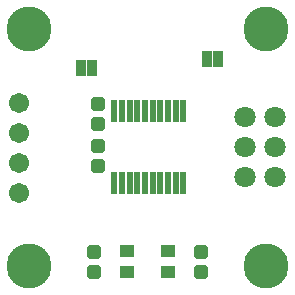
<source format=gts>
G04 Layer_Color=8388736*
%FSLAX44Y44*%
%MOMM*%
G71*
G01*
G75*
%ADD34R,0.8382X1.4732*%
G04:AMPARAMS|DCode=35|XSize=1.2032mm|YSize=1.1032mm|CornerRadius=0.2141mm|HoleSize=0mm|Usage=FLASHONLY|Rotation=180.000|XOffset=0mm|YOffset=0mm|HoleType=Round|Shape=RoundedRectangle|*
%AMROUNDEDRECTD35*
21,1,1.2032,0.6750,0,0,180.0*
21,1,0.7750,1.1032,0,0,180.0*
1,1,0.4282,-0.3875,0.3375*
1,1,0.4282,0.3875,0.3375*
1,1,0.4282,0.3875,-0.3375*
1,1,0.4282,-0.3875,-0.3375*
%
%ADD35ROUNDEDRECTD35*%
%ADD36R,1.2192X1.0668*%
%ADD37R,0.6096X1.8542*%
%ADD38C,1.7032*%
%ADD39C,3.8032*%
%ADD40C,1.8032*%
D34*
X184572Y200000D02*
D03*
X175500D02*
D03*
X68500Y192000D02*
D03*
X77572D02*
D03*
D35*
X80000Y19500D02*
D03*
Y36500D02*
D03*
X170000Y19500D02*
D03*
Y36500D02*
D03*
X83000Y161500D02*
D03*
Y144500D02*
D03*
Y126500D02*
D03*
Y109500D02*
D03*
D36*
X107500Y36890D02*
D03*
X142526D02*
D03*
X107500Y19250D02*
D03*
X142526D02*
D03*
D37*
X155360Y94500D02*
D03*
X148756D02*
D03*
X142406D02*
D03*
X135802D02*
D03*
X129250D02*
D03*
X122750D02*
D03*
X116250D02*
D03*
X109750D02*
D03*
X103250D02*
D03*
X96750D02*
D03*
X155360Y155734D02*
D03*
X148756D02*
D03*
X142406D02*
D03*
X135802D02*
D03*
X129250D02*
D03*
X116250D02*
D03*
X122750D02*
D03*
X109750D02*
D03*
X103250D02*
D03*
X96750D02*
D03*
D38*
X16000Y86800D02*
D03*
Y112200D02*
D03*
Y137600D02*
D03*
Y163000D02*
D03*
D39*
X25000Y225000D02*
D03*
X225000D02*
D03*
Y25000D02*
D03*
X25000D02*
D03*
D40*
X233000Y150400D02*
D03*
X207600D02*
D03*
X233000Y125000D02*
D03*
X207600D02*
D03*
X233000Y99600D02*
D03*
X207600D02*
D03*
M02*

</source>
